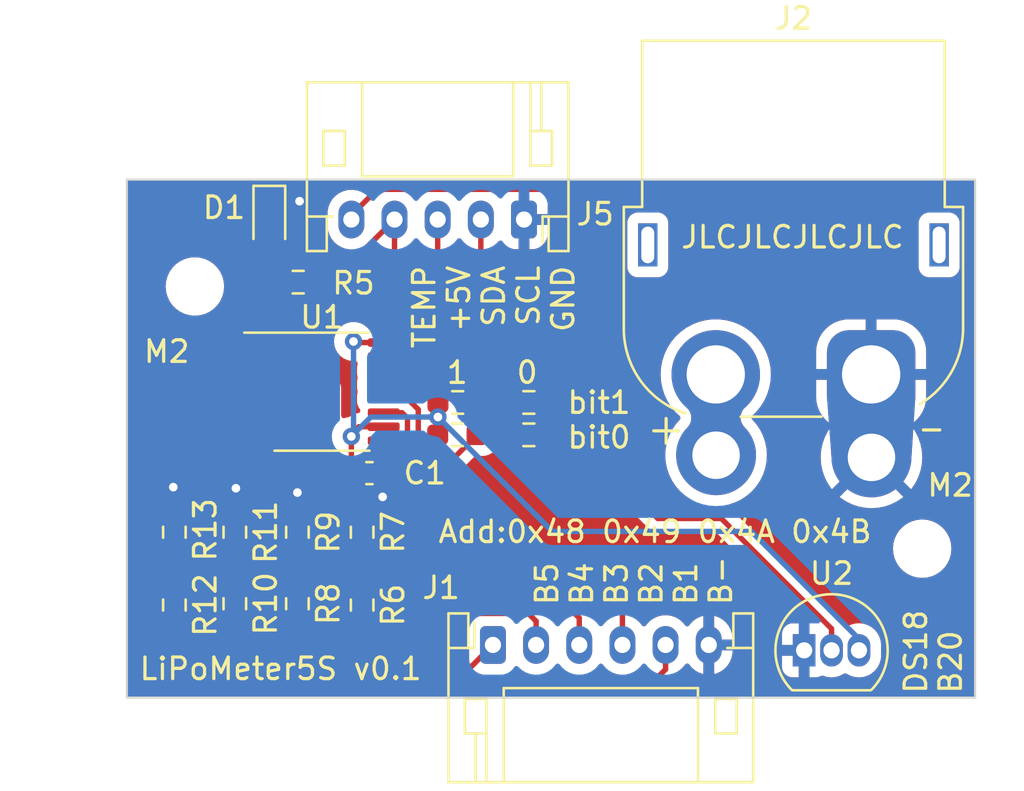
<source format=kicad_pcb>
(kicad_pcb (version 20221018) (generator pcbnew)
  (layers (0 "F.Cu" signal) (31 "B.Cu" signal) (34 "B.Paste" user) (35 "F.Paste" user) (36 "B.SilkS" user "B.Silkscreen") (37 "F.SilkS" user "F.Silkscreen") (38 "B.Mask" user) (39 "F.Mask" user) (44 "Edge.Cuts" user))
  (net 0 "")
  (net 1 "+5V")
  (net 2 "Net-(U1-A0)")
  (net 3 "GND")
  (net 4 "Net-(U1-A1)")
  (net 8 "VCC")
  (net 9 "SDA")
  (net 10 "SCL")
  (net 11 "Net-(U1-CH1)")
  (net 12 "S2")
  (net 13 "Net-(U1-CH2)")
  (net 14 "S3")
  (net 15 "Net-(U1-CH3)")
  (net 16 "S4")
  (net 17 "Net-(U1-CH4)")
  (net 18 "S5")
  (net 19 "S1")
  (net 20 "TEMP")
  (net 21 "Net-(D1-A)")
  (footprint "Package_SO:TSSOP-16_4.4x5mm_P0.65mm" (layer "F.Cu") (at 96.4375 92.625)
    (fp_text reference "U1" (at 0 -3.45) (layer "F.SilkS"))
    (fp_text value "ADS7830" hide)
    (fp_line (start 0 -2.735) (end -3.6 -2.735) (stroke (width 0.12)) (layer "F.SilkS"))
    (fp_line (start 0 -2.735) (end 2.2 -2.735) (stroke (width 0.12)) (layer "F.SilkS"))
    (fp_line (start 0 2.735) (end -2.2 2.735) (stroke (width 0.12)) (layer "F.SilkS"))
    (fp_line (start 0 2.735) (end 2.2 2.735) (stroke (width 0.12)) (layer "F.SilkS"))
    (pad "1" smd roundrect (at -2.8625 -2.275) (size 1.475 0.4) (layers "F.Cu" "F.Paste" "F.Mask") (net 19 "S1"))
    (pad "2" smd roundrect (at -2.8625 -1.625) (size 1.475 0.4) (layers "F.Cu" "F.Paste" "F.Mask") (net 11 "Net-(U1-CH1)"))
    (pad "3" smd roundrect (at -2.8625 -0.975) (size 1.475 0.4) (layers "F.Cu" "F.Paste" "F.Mask") (net 13 "Net-(U1-CH2)"))
    (pad "4" smd roundrect (at -2.8625 -0.325) (size 1.475 0.4) (layers "F.Cu" "F.Paste" "F.Mask") (net 15 "Net-(U1-CH3)"))
    (pad "5" smd roundrect (at -2.8625 0.325) (size 1.475 0.4) (layers "F.Cu" "F.Paste" "F.Mask") (net 17 "Net-(U1-CH4)"))
    (pad "6" smd roundrect (at -2.8625 0.975) (size 1.475 0.4) (layers "F.Cu" "F.Paste" "F.Mask"))
    (pad "7" smd roundrect (at -2.8625 1.625) (size 1.475 0.4) (layers "F.Cu" "F.Paste" "F.Mask"))
    (pad "8" smd roundrect (at -2.8625 2.275) (size 1.475 0.4) (layers "F.Cu" "F.Paste" "F.Mask"))
    (pad "9" smd roundrect (at 2.8625 2.275) (size 1.475 0.4) (layers "F.Cu" "F.Paste" "F.Mask") (net 3 "GND"))
    (pad "10" smd roundrect (at 2.8625 1.625) (size 1.475 0.4) (layers "F.Cu" "F.Paste" "F.Mask") (net 1 "+5V"))
    (pad "11" smd roundrect (at 2.8625 0.975) (size 1.475 0.4) (layers "F.Cu" "F.Paste" "F.Mask") (net 3 "GND"))
    (pad "12" smd roundrect (at 2.8625 0.325) (size 1.475 0.4) (layers "F.Cu" "F.Paste" "F.Mask") (net 2 "Net-(U1-A0)"))
    (pad "13" smd roundrect (at 2.8625 -0.325) (size 1.475 0.4) (layers "F.Cu" "F.Paste" "F.Mask") (net 4 "Net-(U1-A1)"))
    (pad "14" smd roundrect (at 2.8625 -0.975) (size 1.475 0.4) (layers "F.Cu" "F.Paste" "F.Mask") (net 10 "SCL"))
    (pad "15" smd roundrect (at 2.8625 -1.625) (size 1.475 0.4) (layers "F.Cu" "F.Paste" "F.Mask") (net 9 "SDA"))
    (pad "16" smd roundrect (at 2.8625 -2.275) (size 1.475 0.4) (layers "F.Cu" "F.Paste" "F.Mask") (net 1 "+5V"))
  )
  (footprint "Resistor_SMD:R_0603_1608Metric_Pad0.98x0.95mm_HandSolder" (layer "F.Cu") (at 89.6 102.5125 -90)
    (fp_text reference "R12" (at 0 -1.43 90) (layer "F.SilkS"))
    (fp_text value "80.6kΩ" hide)
    (fp_line (start -0.254724 -0.5225) (end 0.254724 -0.5225) (stroke (width 0.12)) (layer "F.SilkS"))
    (fp_line (start -0.254724 0.5225) (end 0.254724 0.5225) (stroke (width 0.12)) (layer "F.SilkS"))
    (pad "1" smd roundrect (at -0.9125 0 270) (size 0.975 0.95) (layers "F.Cu" "F.Paste" "F.Mask") (net 17 "Net-(U1-CH4)"))
    (pad "2" smd roundrect (at 0.9125 0 270) (size 0.975 0.95) (layers "F.Cu" "F.Paste" "F.Mask") (net 18 "S5"))
  )
  (footprint "Resistor_SMD:R_0603_1608Metric_Pad0.98x0.95mm_HandSolder" (layer "F.Cu") (at 98.3 99.1375 -90)
    (fp_text reference "R7" (at 0 -1.43 90) (layer "F.SilkS"))
    (fp_text value "100kΩ" hide)
    (fp_line (start -0.254724 -0.5225) (end 0.254724 -0.5225) (stroke (width 0.12)) (layer "F.SilkS"))
    (fp_line (start -0.254724 0.5225) (end 0.254724 0.5225) (stroke (width 0.12)) (layer "F.SilkS"))
    (pad "1" smd roundrect (at -0.9125 0 270) (size 0.975 0.95) (layers "F.Cu" "F.Paste" "F.Mask") (net 3 "GND"))
    (pad "2" smd roundrect (at 0.9125 0 270) (size 0.975 0.95) (layers "F.Cu" "F.Paste" "F.Mask") (net 11 "Net-(U1-CH1)"))
  )
  (footprint "MountingHole:MountingHole_2.2mm_M2" (layer "F.Cu") (at 90.55 87.75)
    (fp_text reference "REF**" hide)
    (fp_text value "MountingHole_2.2mm_M2" hide)
    (pad "" np_thru_hole circle (at 0 0) (size 2.2 2.2) (drill 2.2) (layers "*.Cu" "*.Mask"))
  )
  (footprint "Connector_JST:JST_PH_S6B-PH-K_1x06_P2.00mm_Horizontal" (layer "F.Cu") (at 104.36 104.36)
    (fp_text reference "J1" (at -2.4 -2.649999) (layer "F.SilkS"))
    (fp_text value "BAT" hide)
    (fp_line (start -2.06 -1.46) (end -2.06 6.36) (stroke (width 0.12)) (layer "F.SilkS"))
    (fp_line (start -2.06 0.14) (end -1.14 0.14) (stroke (width 0.12)) (layer "F.SilkS"))
    (fp_line (start -2.06 6.36) (end 12.06 6.36) (stroke (width 0.12)) (layer "F.SilkS"))
    (fp_line (start -1.3 2.5) (end -1.3 4.1) (stroke (width 0.12)) (layer "F.SilkS"))
    (fp_line (start -1.3 4.1) (end -0.3 4.1) (stroke (width 0.12)) (layer "F.SilkS"))
    (fp_line (start -1.14 -1.46) (end -2.06 -1.46) (stroke (width 0.12)) (layer "F.SilkS"))
    (fp_line (start -1.14 0.14) (end -1.14 -1.46) (stroke (width 0.12)) (layer "F.SilkS"))
    (fp_line (start -0.86 0.14) (end -1.14 0.14) (stroke (width 0.12)) (layer "F.SilkS"))
    (fp_line (start -0.86 0.14) (end -0.86 -1.075) (stroke (width 0.12)) (layer "F.SilkS"))
    (fp_line (start -0.8 4.1) (end -0.8 6.36) (stroke (width 0.12)) (layer "F.SilkS"))
    (fp_line (start -0.3 2.5) (end -1.3 2.5) (stroke (width 0.12)) (layer "F.SilkS"))
    (fp_line (start -0.3 4.1) (end -0.3 2.5) (stroke (width 0.12)) (layer "F.SilkS"))
    (fp_line (start -0.3 4.1) (end -0.3 6.36) (stroke (width 0.12)) (layer "F.SilkS"))
    (fp_line (start 0.5 2) (end 9.5 2) (stroke (width 0.12)) (layer "F.SilkS"))
    (fp_line (start 0.5 6.36) (end 0.5 2) (stroke (width 0.12)) (layer "F.SilkS"))
    (fp_line (start 9.5 2) (end 9.5 6.36) (stroke (width 0.12)) (layer "F.SilkS"))
    (fp_line (start 10.3 2.5) (end 11.3 2.5) (stroke (width 0.12)) (layer "F.SilkS"))
    (fp_line (start 10.3 4.1) (end 10.3 2.5) (stroke (width 0.12)) (layer "F.SilkS"))
    (fp_line (start 11.14 -1.46) (end 11.14 0.14) (stroke (width 0.12)) (layer "F.SilkS"))
    (fp_line (start 11.14 0.14) (end 10.86 0.14) (stroke (width 0.12)) (layer "F.SilkS"))
    (fp_line (start 11.3 2.5) (end 11.3 4.1) (stroke (width 0.12)) (layer "F.SilkS"))
    (fp_line (start 11.3 4.1) (end 10.3 4.1) (stroke (width 0.12)) (layer "F.SilkS"))
    (fp_line (start 12.06 -1.46) (end 11.14 -1.46) (stroke (width 0.12)) (layer "F.SilkS"))
    (fp_line (start 12.06 0.14) (end 11.14 0.14) (stroke (width 0.12)) (layer "F.SilkS"))
    (fp_line (start 12.06 6.36) (end 12.06 -1.46) (stroke (width 0.12)) (layer "F.SilkS"))
    (pad "1" thru_hole roundrect (at 0 0) (size 1.2 1.75) (drill 0.75) (layers "*.Cu" "*.Mask") (roundrect_rratio 0.2083333333) (net 18 "S5"))
    (pad "2" thru_hole oval (at 2 0) (size 1.2 1.75) (drill 0.75) (layers "*.Cu" "*.Mask") (net 16 "S4"))
    (pad "3" thru_hole oval (at 4 0) (size 1.2 1.75) (drill 0.75) (layers "*.Cu" "*.Mask") (net 14 "S3"))
    (pad "4" thru_hole oval (at 6 0) (size 1.2 1.75) (drill 0.75) (layers "*.Cu" "*.Mask") (net 12 "S2"))
    (pad "5" thru_hole oval (at 8 0) (size 1.2 1.75) (drill 0.75) (layers "*.Cu" "*.Mask") (net 19 "S1"))
    (pad "6" thru_hole oval (at 10 0) (size 1.2 1.75) (drill 0.75) (layers "*.Cu" "*.Mask") (net 3 "GND"))
  )
  (footprint "LED_SMD:LED_0603_1608Metric_Pad1.05x0.95mm_HandSolder" (layer "F.Cu") (at 94 84.75 -90)
    (fp_text reference "D1" (at -0.65 2.1 -180) (layer "F.SilkS"))
    (fp_text value "LED" hide)
    (fp_line (start -1.66 -0.735) (end -1.66 0.735) (stroke (width 0.12)) (layer "F.SilkS"))
    (fp_line (start -1.66 0.735) (end 0.8 0.735) (stroke (width 0.12)) (layer "F.SilkS"))
    (fp_line (start 0.8 -0.735) (end -1.66 -0.735) (stroke (width 0.12)) (layer "F.SilkS"))
    (pad "1" smd roundrect (at -0.875 0 270) (size 1.05 0.95) (layers "F.Cu" "F.Paste" "F.Mask") (net 3 "GND"))
    (pad "2" smd roundrect (at 0.875 0 270) (size 1.05 0.95) (layers "F.Cu" "F.Paste" "F.Mask") (net 21 "Net-(D1-A)"))
  )
  (footprint "MountingHole:MountingHole_2.2mm_M2" (layer "F.Cu") (at 124.25 99.9)
    (fp_text reference "REF**" hide)
    (fp_text value "MountingHole_2.2mm_M2" hide)
    (pad "" np_thru_hole circle (at 0 0) (size 2.2 2.2) (drill 2.2) (layers "F&B.Cu" "*.Mask"))
  )
  (footprint "Capacitor_SMD:C_0603_1608Metric_Pad1.08x0.95mm_HandSolder" (layer "F.Cu") (at 98.6375 96.4)
    (fp_text reference "C1" (at 2.5625 0) (layer "F.SilkS"))
    (fp_text value "100nF" hide)
    (fp_line (start -0.146267 -0.51) (end 0.146267 -0.51) (stroke (width 0.12)) (layer "F.SilkS"))
    (fp_line (start -0.146267 0.51) (end 0.146267 0.51) (stroke (width 0.12)) (layer "F.SilkS"))
    (pad "1" smd roundrect (at -0.8625 0) (size 1.075 0.95) (layers "F.Cu" "F.Paste" "F.Mask") (net 1 "+5V"))
    (pad "2" smd roundrect (at 0.8625 0) (size 1.075 0.95) (layers "F.Cu" "F.Paste" "F.Mask") (net 3 "GND"))
  )
  (footprint "custom:Solderpad_2.2x3.7_THT" (layer "F.Cu") (at 121.9 95.67)
    (fp_text reference "J4" hide)
    (fp_text value "BAT-" hide)
    (pad "1" thru_hole circle (at 0 0) (size 3.7 3.7) (drill 2.2) (layers "*.Cu" "*.Mask") (net 3 "GND"))
  )
  (footprint "Resistor_SMD:R_0603_1608Metric_Pad0.98x0.95mm_HandSolder" (layer "F.Cu") (at 106.025 93.125)
    (fp_text reference "R4" hide)
    (fp_text value "10kΩ" hide)
    (fp_line (start -0.254724 -0.5225) (end 0.254724 -0.5225) (stroke (width 0.12)) (layer "F.SilkS"))
    (fp_line (start -0.254724 0.5225) (end 0.254724 0.5225) (stroke (width 0.12)) (layer "F.SilkS"))
    (pad "1" smd roundrect (at -0.9125 0) (size 0.975 0.95) (layers "F.Cu" "F.Paste" "F.Mask") (net 4 "Net-(U1-A1)"))
    (pad "2" smd roundrect (at 0.9125 0) (size 0.975 0.95) (layers "F.Cu" "F.Paste" "F.Mask") (net 3 "GND"))
  )
  (footprint "Resistor_SMD:R_0603_1608Metric_Pad0.98x0.95mm_HandSolder" (layer "F.Cu") (at 106.025 94.625)
    (fp_text reference "R2" hide)
    (fp_text value "10kΩ" hide)
    (fp_line (start -0.254724 -0.5225) (end 0.254724 -0.5225) (stroke (width 0.12)) (layer "F.SilkS"))
    (fp_line (start -0.254724 0.5225) (end 0.254724 0.5225) (stroke (width 0.12)) (layer "F.SilkS"))
    (pad "1" smd roundrect (at -0.9125 0) (size 0.975 0.95) (layers "F.Cu" "F.Paste" "F.Mask") (net 2 "Net-(U1-A0)"))
    (pad "2" smd roundrect (at 0.9125 0) (size 0.975 0.95) (layers "F.Cu" "F.Paste" "F.Mask") (net 3 "GND"))
  )
  (footprint "Connector_JST:JST_PH_S5B-PH-K_1x05_P2.00mm_Horizontal" (layer "F.Cu") (at 105.8 84.65 180)
    (fp_text reference "J5" (at -3.3 0.25 180) (layer "F.SilkS"))
    (fp_text value "PORT" hide)
    (fp_line (start -2.06 -1.46) (end -2.06 6.36) (stroke (width 0.12)) (layer "F.SilkS"))
    (fp_line (start -2.06 0.14) (end -1.14 0.14) (stroke (width 0.12)) (layer "F.SilkS"))
    (fp_line (start -2.06 6.36) (end 10.06 6.36) (stroke (width 0.12)) (layer "F.SilkS"))
    (fp_line (start -1.3 2.5) (end -1.3 4.1) (stroke (width 0.12)) (layer "F.SilkS"))
    (fp_line (start -1.3 4.1) (end -0.3 4.1) (stroke (width 0.12)) (layer "F.SilkS"))
    (fp_line (start -1.14 -1.46) (end -2.06 -1.46) (stroke (width 0.12)) (layer "F.SilkS"))
    (fp_line (start -1.14 0.14) (end -1.14 -1.46) (stroke (width 0.12)) (layer "F.SilkS"))
    (fp_line (start -0.86 0.14) (end -1.14 0.14) (stroke (width 0.12)) (layer "F.SilkS"))
    (fp_line (start -0.86 0.14) (end -0.86 -1.075) (stroke (width 0.12)) (layer "F.SilkS"))
    (fp_line (start -0.8 4.1) (end -0.8 6.36) (stroke (width 0.12)) (layer "F.SilkS"))
    (fp_line (start -0.3 2.5) (end -1.3 2.5) (stroke (width 0.12)) (layer "F.SilkS"))
    (fp_line (start -0.3 4.1) (end -0.3 2.5) (stroke (width 0.12)) (layer "F.SilkS"))
    (fp_line (start -0.3 4.1) (end -0.3 6.36) (stroke (width 0.12)) (layer "F.SilkS"))
    (fp_line (start 0.5 2) (end 7.5 2) (stroke (width 0.12)) (layer "F.SilkS"))
    (fp_line (start 0.5 6.36) (end 0.5 2) (stroke (width 0.12)) (layer "F.SilkS"))
    (fp_line (start 7.5 2) (end 7.5 6.36) (stroke (width 0.12)) (layer "F.SilkS"))
    (fp_line (start 8.3 2.5) (end 9.3 2.5) (stroke (width 0.12)) (layer "F.SilkS"))
    (fp_line (start 8.3 4.1) (end 8.3 2.5) (stroke (width 0.12)) (layer "F.SilkS"))
    (fp_line (start 9.14 -1.46) (end 9.14 0.14) (stroke (width 0.12)) (layer "F.SilkS"))
    (fp_line (start 9.14 0.14) (end 8.86 0.14) (stroke (width 0.12)) (layer "F.SilkS"))
    (fp_line (start 9.3 2.5) (end 9.3 4.1) (stroke (width 0.12)) (layer "F.SilkS"))
    (fp_line (start 9.3 4.1) (end 8.3 4.1) (stroke (width 0.12)) (layer "F.SilkS"))
    (fp_line (start 10.06 -1.46) (end 9.14 -1.46) (stroke (width 0.12)) (layer "F.SilkS"))
    (fp_line (start 10.06 0.14) (end 9.14 0.14) (stroke (width 0.12)) (layer "F.SilkS"))
    (fp_line (start 10.06 6.36) (end 10.06 -1.46) (stroke (width 0.12)) (layer "F.SilkS"))
    (pad "1" thru_hole roundrect (at 0 0 180) (size 1.2 1.75) (drill 0.75) (layers "*.Cu" "*.Mask") (roundrect_rratio 0.2083333333) (net 3 "GND"))
    (pad "2" thru_hole oval (at 2 0 180) (size 1.2 1.75) (drill 0.75) (layers "*.Cu" "*.Mask") (net 10 "SCL"))
    (pad "3" thru_hole oval (at 4 0 180) (size 1.2 1.75) (drill 0.75) (layers "*.Cu" "*.Mask") (net 9 "SDA"))
    (pad "4" thru_hole oval (at 6 0 180) (size 1.2 1.75) (drill 0.75) (layers "*.Cu" "*.Mask") (net 1 "+5V"))
    (pad "5" thru_hole oval (at 8 0 180) (size 1.2 1.75) (drill 0.75) (layers "*.Cu" "*.Mask") (net 20 "TEMP"))
  )
  (footprint "Resistor_SMD:R_0603_1608Metric_Pad0.98x0.95mm_HandSolder" (layer "F.Cu") (at 95.3 99.1375 -90)
    (fp_text reference "R9" (at 0 -1.43 90) (layer "F.SilkS"))
    (fp_text value "80.6kΩ" hide)
    (fp_line (start -0.254724 -0.5225) (end 0.254724 -0.5225) (stroke (width 0.12)) (layer "F.SilkS"))
    (fp_line (start -0.254724 0.5225) (end 0.254724 0.5225) (stroke (width 0.12)) (layer "F.SilkS"))
    (pad "1" smd roundrect (at -0.9125 0 270) (size 0.975 0.95) (layers "F.Cu" "F.Paste" "F.Mask") (net 3 "GND"))
    (pad "2" smd roundrect (at 0.9125 0 270) (size 0.975 0.95) (layers "F.Cu" "F.Paste" "F.Mask") (net 13 "Net-(U1-CH2)"))
  )
  (footprint "Resistor_SMD:R_0603_1608Metric_Pad0.98x0.95mm_HandSolder" (layer "F.Cu") (at 92.4 102.45 -90)
    (fp_text reference "R10" (at 0 -1.43 90) (layer "F.SilkS"))
    (fp_text value "220kΩ" hide)
    (fp_line (start -0.254724 -0.5225) (end 0.254724 -0.5225) (stroke (width 0.12)) (layer "F.SilkS"))
    (fp_line (start -0.254724 0.5225) (end 0.254724 0.5225) (stroke (width 0.12)) (layer "F.SilkS"))
    (pad "1" smd roundrect (at -0.9125 0 270) (size 0.975 0.95) (layers "F.Cu" "F.Paste" "F.Mask") (net 15 "Net-(U1-CH3)"))
    (pad "2" smd roundrect (at 0.9125 0 270) (size 0.975 0.95) (layers "F.Cu" "F.Paste" "F.Mask") (net 16 "S4"))
  )
  (footprint "Resistor_SMD:R_0603_1608Metric_Pad0.98x0.95mm_HandSolder" (layer "F.Cu") (at 95.3 102.45 -90)
    (fp_text reference "R8" (at 0 -1.43 90) (layer "F.SilkS"))
    (fp_text value "150kΩ" hide)
    (fp_line (start -0.254724 -0.5225) (end 0.254724 -0.5225) (stroke (width 0.12)) (layer "F.SilkS"))
    (fp_line (start -0.254724 0.5225) (end 0.254724 0.5225) (stroke (width 0.12)) (layer "F.SilkS"))
    (pad "1" smd roundrect (at -0.9125 0 270) (size 0.975 0.95) (layers "F.Cu" "F.Paste" "F.Mask") (net 13 "Net-(U1-CH2)"))
    (pad "2" smd roundrect (at 0.9125 0 270) (size 0.975 0.95) (layers "F.Cu" "F.Paste" "F.Mask") (net 14 "S3"))
  )
  (footprint "Resistor_SMD:R_0603_1608Metric_Pad0.98x0.95mm_HandSolder" (layer "F.Cu") (at 102.725 93.125)
    (fp_text reference "R3" hide)
    (fp_text value "10kΩ" hide)
    (fp_line (start -0.254724 -0.5225) (end 0.254724 -0.5225) (stroke (width 0.12)) (layer "F.SilkS"))
    (fp_line (start -0.254724 0.5225) (end 0.254724 0.5225) (stroke (width 0.12)) (layer "F.SilkS"))
    (pad "1" smd roundrect (at -0.9125 0) (size 0.975 0.95) (layers "F.Cu" "F.Paste" "F.Mask") (net 1 "+5V"))
    (pad "2" smd roundrect (at 0.9125 0) (size 0.975 0.95) (layers "F.Cu" "F.Paste" "F.Mask") (net 4 "Net-(U1-A1)"))
  )
  (footprint "Resistor_SMD:R_0603_1608Metric_Pad0.98x0.95mm_HandSolder" (layer "F.Cu") (at 92.4 99.1375 -90)
    (fp_text reference "R11" (at 0 -1.43 90) (layer "F.SilkS"))
    (fp_text value "80.6kΩ" hide)
    (fp_line (start -0.254724 -0.5225) (end 0.254724 -0.5225) (stroke (width 0.12)) (layer "F.SilkS"))
    (fp_line (start -0.254724 0.5225) (end 0.254724 0.5225) (stroke (width 0.12)) (layer "F.SilkS"))
    (pad "1" smd roundrect (at -0.9125 0 270) (size 0.975 0.95) (layers "F.Cu" "F.Paste" "F.Mask") (net 3 "GND"))
    (pad "2" smd roundrect (at 0.9125 0 270) (size 0.975 0.95) (layers "F.Cu" "F.Paste" "F.Mask") (net 15 "Net-(U1-CH3)"))
  )
  (footprint "Resistor_SMD:R_0603_1608Metric_Pad0.98x0.95mm_HandSolder" (layer "F.Cu") (at 102.7125 94.625)
    (fp_text reference "R1" hide)
    (fp_text value "10kΩ" hide)
    (fp_line (start -0.254724 -0.5225) (end 0.254724 -0.5225) (stroke (width 0.12)) (layer "F.SilkS"))
    (fp_line (start -0.254724 0.5225) (end 0.254724 0.5225) (stroke (width 0.12)) (layer "F.SilkS"))
    (pad "1" smd roundrect (at -0.9125 0) (size 0.975 0.95) (layers "F.Cu" "F.Paste" "F.Mask") (net 1 "+5V"))
    (pad "2" smd roundrect (at 0.9125 0) (size 0.975 0.95) (layers "F.Cu" "F.Paste" "F.Mask") (net 2 "Net-(U1-A0)"))
  )
  (footprint "Resistor_SMD:R_0603_1608Metric_Pad0.98x0.95mm_HandSolder" (layer "F.Cu") (at 98.3 102.5125 -90)
    (fp_text reference "R6" (at 0 -1.43 90) (layer "F.SilkS"))
    (fp_text value "80.6kΩ" hide)
    (fp_line (start -0.254724 -0.5225) (end 0.254724 -0.5225) (stroke (width 0.12)) (layer "F.SilkS"))
    (fp_line (start -0.254724 0.5225) (end 0.254724 0.5225) (stroke (width 0.12)) (layer "F.SilkS"))
    (pad "1" smd roundrect (at -0.9125 0 270) (size 0.975 0.95) (layers "F.Cu" "F.Paste" "F.Mask") (net 11 "Net-(U1-CH1)"))
    (pad "2" smd roundrect (at 0.9125 0 270) (size 0.975 0.95) (layers "F.Cu" "F.Paste" "F.Mask") (net 12 "S2"))
  )
  (footprint "Connector_AMASS:AMASS_XT60PW-F_1x02_P7.20mm_Horizontal" (layer "F.Cu") (at 121.885 91.825)
    (fp_text reference "J2" (at -3.6 -16.5) (layer "F.SilkS"))
    (fp_text value "PWR" hide)
    (fp_text user "+" (at -9.5 2.5) (layer "F.SilkS") (effects (font (size 1.5 1.5))))
    (fp_text user "-" (at 2.8 2.5) (layer "F.SilkS"))
    (fp_line (start -11.46 -7.76) (end -11.46 -2.15) (stroke (width 0.12)) (layer "F.SilkS"))
    (fp_line (start -11.46 -7.76) (end -10.61 -7.76) (stroke (width 0.12)) (layer "F.SilkS"))
    (fp_line (start -10.61 -15.46) (end -10.61 -7.76) (stroke (width 0.12)) (layer "F.SilkS"))
    (fp_line (start -10.61 -15.46) (end 3.41 -15.46) (stroke (width 0.12)) (layer "F.SilkS"))
    (fp_line (start -6.05 1.96) (end -2.31 1.96) (stroke (width 0.12)) (layer "F.SilkS"))
    (fp_line (start 3.41 -15.46) (end 3.41 -7.76) (stroke (width 0.12)) (layer "F.SilkS"))
    (fp_line (start 3.41 -7.76) (end 4.26 -7.76) (stroke (width 0.12)) (layer "F.SilkS"))
    (fp_line (start 4.26 -7.76) (end 4.26 -2.15) (stroke (width 0.12)) (layer "F.SilkS"))
    (fp_arc (start -8.5899 1.808718) (mid -10.677645 0.302568) (end -11.46 -2.15) (stroke (width 0.12)) (layer "F.SilkS"))
    (fp_arc (start 4.26 -2.15) (mid 3.727162 -0.126139) (end 2.266806 1.372958) (stroke (width 0.12)) (layer "F.SilkS"))
    (pad "" thru_hole rect (at -10.35 -6) (size 0.9 2) (drill oval 0.6 1.7) (layers "*.Cu" "*.Mask"))
    (pad "" thru_hole rect (at 3.15 -6) (size 0.9 2) (drill oval 0.6 1.7) (layers "*.Cu" "*.Mask"))
    (pad "1" thru_hole roundrect (at 0 0) (size 4.1 4.1) (drill 2.7) (layers "*.Cu" "*.Mask") (net 3 "GND"))
    (pad "2" thru_hole circle (at -7.2 0) (size 4.1 4.1) (drill 2.7) (layers "*.Cu" "*.Mask") (net 8 "VCC"))
  )
  (footprint "Package_TO_SOT_THT:TO-92_Inline" (layer "F.Cu") (at 118.78 104.61)
    (fp_text reference "U2" (at 1.27 -3.56) (layer "F.SilkS"))
    (fp_text value "DS18B20" hide)
    (fp_line (start -0.53 1.85) (end 3.07 1.85) (stroke (width 0.12)) (layer "F.SilkS"))
    (fp_arc (start -0.568478 1.838478) (mid -1.132087 -0.994977) (end 1.27 -2.6) (stroke (width 0.12)) (layer "F.SilkS"))
    (fp_arc (start 1.27 -2.6) (mid 3.672087 -0.994977) (end 3.108478 1.838478) (stroke (width 0.12)) (layer "F.SilkS"))
    (pad "1" thru_hole rect (at 0 0) (size 1.05 1.5) (drill 0.75) (layers "*.Cu" "*.Mask") (net 3 "GND"))
    (pad "2" thru_hole oval (at 1.27 0) (size 1.05 1.5) (drill 0.75) (layers "*.Cu" "*.Mask") (net 20 "TEMP"))
    (pad "3" thru_hole oval (at 2.54 0) (size 1.05 1.5) (drill 0.75) (layers "*.Cu" "*.Mask") (net 1 "+5V"))
  )
  (footprint "Resistor_SMD:R_0603_1608Metric_Pad0.98x0.95mm_HandSolder" (layer "F.Cu") (at 89.6 99.1375 -90)
    (fp_text reference "R13" (at -0.1125 -1.43 90) (layer "F.SilkS"))
    (fp_text value "20kΩ" hide)
    (fp_line (start -0.254724 -0.5225) (end 0.254724 -0.5225) (stroke (width 0.12)) (layer "F.SilkS"))
    (fp_line (start -0.254724 0.5225) (end 0.254724 0.5225) (stroke (width 0.12)) (layer "F.SilkS"))
    (pad "1" smd roundrect (at -0.9125 0 270) (size 0.975 0.95) (layers "F.Cu" "F.Paste" "F.Mask") (net 3 "GND"))
    (pad "2" smd roundrect (at 0.9125 0 270) (size 0.975 0.95) (layers "F.Cu" "F.Paste" "F.Mask") (net 17 "Net-(U1-CH4)"))
  )
  (footprint "custom:Solderpad_2.2x3.7_THT" (layer "F.Cu") (at 114.7 95.57)
    (fp_text reference "J3" hide)
    (fp_text value "BAT+" hide)
    (pad "1" thru_hole circle (at 0 0) (size 3.7 3.7) (drill 2.2) (layers "*.Cu" "*.Mask") (net 8 "VCC"))
  )
  (footprint "Resistor_SMD:R_0603_1608Metric_Pad0.98x0.95mm_HandSolder" (layer "F.Cu") (at 95.3375 87.55)
    (fp_text reference "R5" (at 2.5625 0.05) (layer "F.SilkS"))
    (fp_text value "2kΩ" hide)
    (fp_line (start -0.254724 -0.5225) (end 0.254724 -0.5225) (stroke (width 0.12)) (layer "F.SilkS"))
    (fp_line (start -0.254724 0.5225) (end 0.254724 0.5225) (stroke (width 0.12)) (layer "F.SilkS"))
    (pad "1" smd roundrect (at -0.9125 0) (size 0.975 0.95) (layers "F.Cu" "F.Paste" "F.Mask") (net 21 "Net-(D1-A)"))
    (pad "2" smd roundrect (at 0.9125 0) (size 0.975 0.95) (layers "F.Cu" "F.Paste" "F.Mask") (net 1 "+5V"))
  )
  (gr_line (start 126.7 82.8) (end 126.7 106.8) (stroke (width 0.1)) (layer "Edge.Cuts"))
  (gr_line (start 87.4 106.8) (end 87.4 82.8) (stroke (width 0.1)) (layer "Edge.Cuts"))
  (gr_line (start 126.7 106.8) (end 87.4 106.8) (stroke (width 0.1)) (layer "Edge.Cuts"))
  (gr_line (start 87.4 82.8) (end 126.7 82.8) (stroke (width 0.1)) (layer "Edge.Cuts"))
  (gr_text "DS18\nB20" (at 126.15 106.7 90) (layer "F.SilkS") (effects (font (size 1 1)) (justify left bottom)))
  (gr_text "bit1\nbit0" (at 107.725 95.325) (layer "F.SilkS") (effects (font (size 1 1)) (justify left bottom)))
  (gr_text "M2" (at 88.1 91.35) (layer "F.SilkS") (effects (font (size 1 1)) (justify left bottom)))
  (gr_text "1   0" (at 104.325 92.325) (layer "F.SilkS") (effects (font (size 1 1)) (justify bottom)))
  (gr_text "JLCJLCJLCJLC" (at 113 86.05) (layer "F.SilkS") (effects (font (size 1 1)) (justify left bottom)))
  (gr_text "M2" (at 124.4 97.55) (layer "F.SilkS") (effects (font (size 1 1)) (justify left bottom)))
  (gr_text "LiPoMeter5S v0.1" (at 87.9 106.05) (layer "F.SilkS") (effects (font (size 1 1)) (justify left bottom)))
  (gr_text "B5\nB4\nB3\nB2\nB1\nB-" (at 115.5 102.6 90) (layer "F.SilkS") (effects (font (size 1 1)) (justify left bottom)))
  (gr_text "TEMP\n+5V\nSDA\nSCL\nGND" (at 108.2 86.7 90) (layer "F.SilkS") (effects (font (size 1 1)) (justify right bottom)))
  (gr_text "Add:0x48 0x49 0x4A 0x4B" (at 101.75 99.7) (layer "F.SilkS") (effects (font (size 1 1)) (justify left bottom)))
  (segment (start 98.15 94.25) (end 97.8 94.6) (width 0.25) (layer "F.Cu") (net 1))
  (segment (start 99.3 90.35) (end 99.8 89.85) (width 0.25) (layer "F.Cu") (net 1))
  (segment (start 96.9 87.55) (end 99.8 84.65) (width 0.25) (layer "F.Cu") (net 1))
  (segment (start 99.3 94.25) (end 98.15 94.25) (width 0.25) (layer "F.Cu") (net 1))
  (segment (start 96.25 87.55) (end 96.9 87.55) (width 0.25) (layer "F.Cu") (net 1))
  (segment (start 101.8 93.8125) (end 101.8125 93.8) (width 0.25) (layer "F.Cu") (net 1))
  (segment (start 97.95 90.35) (end 97.9 90.3) (width 0.25) (layer "F.Cu") (net 1))
  (segment (start 97.8 94.7) (end 97.8 96.375) (width 0.25) (layer "F.Cu") (net 1))
  (segment (start 97.8 94.6) (end 97.8 94.7) (width 0.25) (layer "F.Cu") (net 1))
  (segment (start 99.3 90.35) (end 97.95 90.35) (width 0.25) (layer "F.Cu") (net 1))
  (segment (start 99.8 89.85) (end 99.8 84.65) (width 0.25) (layer "F.Cu") (net 1))
  (segment (start 97.8 96.375) (end 97.775 96.4) (width 0.25) (layer "F.Cu") (net 1))
  (segment (start 101.8125 93.125) (end 101.8125 93.8) (width 0.25) (layer "F.Cu") (net 1))
  (segment (start 101.8 94.625) (end 101.8 93.8125) (width 0.25) (layer "F.Cu") (net 1))
  (via (at 101.8125 93.8) (size 0.8) (drill 0.4) (layers "F.Cu" "B.Cu") (net 1))
  (via (at 97.8 94.7) (size 0.8) (drill 0.4) (layers "F.Cu" "B.Cu") (net 1))
  (via (at 97.9 90.3) (size 0.8) (drill 0.4) (layers "F.Cu" "B.Cu") (net 1))
  (segment (start 121.32 104.61) (end 121.32 104.085) (width 0.25) (layer "B.Cu") (net 1))
  (segment (start 107.1125 99.1) (end 101.8125 93.8) (width 0.25) (layer "B.Cu") (net 1))
  (segment (start 97.9 90.3) (end 97.9 94.6) (width 0.25) (layer "B.Cu") (net 1))
  (segment (start 97.9 94.6) (end 97.8 94.7) (width 0.25) (layer "B.Cu") (net 1))
  (segment (start 121.32 104.085) (end 116.335 99.1) (width 0.25) (layer "B.Cu") (net 1))
  (segment (start 116.335 99.1) (end 107.1125 99.1) (width 0.25) (layer "B.Cu") (net 1))
  (segment (start 98.7 93.8) (end 101.8125 93.8) (width 0.25) (layer "B.Cu") (net 1))
  (segment (start 97.8 94.7) (end 98.7 93.8) (width 0.25) (layer "B.Cu") (net 1))
  (segment (start 121.67 104.66) (end 121.67 104.435) (width 0.25) (layer "B.Cu") (net 1))
  (segment (start 100.9 95.1) (end 101.4 95.6) (width 0.25) (layer "F.Cu") (net 2))
  (segment (start 99.3 92.95) (end 100.4 92.95) (width 0.25) (layer "F.Cu") (net 2))
  (segment (start 103.625 94.625) (end 105.1125 94.625) (width 0.25) (layer "F.Cu") (net 2))
  (segment (start 100.4 92.95) (end 100.9 93.45) (width 0.25) (layer "F.Cu") (net 2))
  (segment (start 101.4 95.6) (end 102.65 95.6) (width 0.25) (layer "F.Cu") (net 2))
  (segment (start 100.9 93.45) (end 100.9 95.1) (width 0.25) (layer "F.Cu") (net 2))
  (segment (start 102.65 95.6) (end 103.625 94.625) (width 0.25) (layer "F.Cu") (net 2))
  (segment (start 100.4 94.488541) (end 99.988541 94.9) (width 0.25) (layer "F.Cu") (net 3))
  (segment (start 99.3 93.6) (end 100.15 93.6) (width 0.25) (layer "F.Cu") (net 3))
  (segment (start 100.15 93.6) (end 100.4 93.85) (width 0.25) (layer "F.Cu") (net 3))
  (segment (start 100.4 93.85) (end 100.4 94.488541) (width 0.25) (layer "F.Cu") (net 3))
  (segment (start 99.988541 94.9) (end 99.3 94.9) (width 0.25) (layer "F.Cu") (net 3))
  (via (at 92.45 97.1) (size 0.8) (drill 0.4) (layers "F.Cu" "B.Cu") (net 3))
  (via (at 95.4 83.8) (size 0.8) (drill 0.4) (layers "F.Cu" "B.Cu") (net 3))
  (via (at 95.3 97.3) (size 0.8) (drill 0.4) (layers "F.Cu" "B.Cu") (net 3))
  (via (at 99.25 97.5) (size 0.8) (drill 0.4) (layers "F.Cu" "B.Cu") (net 3))
  (via (at 89.55 97.05) (size 0.8) (drill 0.4) (layers "F.Cu" "B.Cu") (net 3))
  (segment (start 104.2875 92.3) (end 105.1125 93.125) (width 0.25) (layer "F.Cu") (net 4))
  (segment (start 103.6375 93.125) (end 105.1125 93.125) (width 0.25) (layer "F.Cu") (net 4))
  (segment (start 99.3 92.3) (end 104.2875 92.3) (width 0.25) (layer "F.Cu") (net 4))
  (segment (start 100.4 91) (end 99.3 91) (width 0.25) (layer "F.Cu") (net 9))
  (segment (start 101.8 89.6) (end 100.4 91) (width 0.25) (layer "F.Cu") (net 9))
  (segment (start 101.8 84.45) (end 101.8 89.6) (width 0.25) (layer "F.Cu") (net 9))
  (segment (start 103.8 88.4) (end 103.8 84.45) (width 0.25) (layer "F.Cu") (net 10))
  (segment (start 99.3 91.65) (end 100.55 91.65) (width 0.25) (layer "F.Cu") (net 10))
  (segment (start 100.55 91.65) (end 103.8 88.4) (width 0.25) (layer "F.Cu") (net 10))
  (segment (start 98.3 100.05) (end 98.3 101.6) (width 0.25) (layer "F.Cu") (net 11))
  (segment (start 96.7 98.45) (end 96.7 92.5) (width 0.25) (layer "F.Cu") (net 11))
  (segment (start 98.3 100.05) (end 96.7 98.45) (width 0.25) (layer "F.Cu") (net 11))
  (segment (start 95.2 91) (end 93.575 91) (width 0.25) (layer "F.Cu") (net 11))
  (segment (start 96.7 92.5) (end 95.2 91) (width 0.25) (layer "F.Cu") (net 11))
  (segment (start 110.36 102.86) (end 110.36 104.36) (width 0.25) (layer "F.Cu") (net 12))
  (segment (start 103 101.6) (end 109.1 101.6) (width 0.25) (layer "F.Cu") (net 12))
  (segment (start 98.3 103.425) (end 101.175 103.425) (width 0.25) (layer "F.Cu") (net 12))
  (segment (start 98.5 103.625) (end 98.3 103.425) (width 0.25) (layer "F.Cu") (net 12))
  (segment (start 101.175 103.425) (end 103 101.6) (width 0.25) (layer "F.Cu") (net 12))
  (segment (start 109.1 101.6) (end 110.36 102.86) (width 0.25) (layer "F.Cu") (net 12))
  (segment (start 95.3 100.05) (end 95.3 101.5375) (width 0.25) (layer "F.Cu") (net 13))
  (segment (start 96.25 92.686396) (end 95.213604 91.65) (width 0.25) (layer "F.Cu") (net 13))
  (segment (start 95.35 100.05) (end 96.25 99.15) (width 0.25) (layer "F.Cu") (net 13))
  (segment (start 96.25 99.15) (end 96.25 92.686396) (width 0.25) (layer "F.Cu") (net 13))
  (segment (start 95.213604 91.65) (end 93.575 91.65) (width 0.25) (layer "F.Cu") (net 13))
  (segment (start 95.3 100.05) (end 95.35 100.05) (width 0.25) (layer "F.Cu") (net 13))
  (segment (start 103.3 102.2) (end 107.45 102.2) (width 0.25) (layer "F.Cu") (net 14))
  (segment (start 100.7 104.8) (end 103.3 102.2) (width 0.25) (layer "F.Cu") (net 14))
  (segment (start 108.36 103.11) (end 108.36 104.36) (width 0.25) (layer "F.Cu") (net 14))
  (segment (start 107.45 102.2) (end 108.36 103.11) (width 0.25) (layer "F.Cu") (net 14))
  (segment (start 95.3 103.5) (end 96.6 104.8) (width 0.25) (layer "F.Cu") (net 14))
  (segment (start 95.3 103.3625) (end 95.3 103.5) (width 0.25) (layer "F.Cu") (net 14))
  (segment (start 96.6 104.8) (end 100.7 104.8) (width 0.25) (layer "F.Cu") (net 14))
  (segment (start 92.4 100.05) (end 92.45 100.05) (width 0.25) (layer "F.Cu") (net 15))
  (segment (start 95.2 92.3) (end 93.575 92.3) (width 0.25) (layer "F.Cu") (net 15))
  (segment (start 92.4 100.05) (end 92.4 101.5375) (width 0.25) (layer "F.Cu") (net 15))
  (segment (start 93.85 97.15) (end 95.8 95.2) (width 0.25) (layer "F.Cu") (net 15))
  (segment (start 92.4 100.05) (end 92.4 99.842005) (width 0.25) (layer "F.Cu") (net 15))
  (segment (start 93.85 98.65) (end 93.85 97.15) (width 0.25) (layer "F.Cu") (net 15))
  (segment (start 95.8 92.9) (end 95.2 92.3) (width 0.25) (layer "F.Cu") (net 15))
  (segment (start 95.8 95.2) (end 95.8 92.9) (width 0.25) (layer "F.Cu") (net 15))
  (segment (start 92.45 100.05) (end 93.85 98.65) (width 0.25) (layer "F.Cu") (net 15))
  (segment (start 92.9625 103.3625) (end 94.85 105.25) (width 0.25) (layer "F.Cu") (net 16))
  (segment (start 106.36 103.26) (end 106.36 104.36) (width 0.25) (layer "F.Cu") (net 16))
  (segment (start 106 102.9) (end 106.36 103.26) (width 0.25) (layer "F.Cu") (net 16))
  (segment (start 94.85 105.25) (end 101.25 105.25) (width 0.25) (layer "F.Cu") (net 16))
  (segment (start 103.6 102.9) (end 106 102.9) (width 0.25) (layer "F.Cu") (net 16))
  (segment (start 101.25 105.25) (end 103.6 102.9) (width 0.25) (layer "F.Cu") (net 16))
  (segment (start 92.4 103.3625) (end 92.9625 103.3625) (width 0.25) (layer "F.Cu") (net 16))
  (segment (start 89.6 100.05) (end 89.95 100.05) (width 0.25) (layer "F.Cu") (net 17))
  (segment (start 89.6 100.05) (end 89.6 101.6) (width 0.25) (layer "F.Cu") (net 17))
  (segment (start 92.55 92.95) (end 93.575 92.95) (width 0.25) (layer "F.Cu") (net 17))
  (segment (start 91 94.5) (end 92.55 92.95) (width 0.25) (layer "F.Cu") (net 17))
  (segment (start 89.95 100.05) (end 91 99) (width 0.25) (layer "F.Cu") (net 17))
  (segment (start 91 99) (end 91 94.5) (width 0.25) (layer "F.Cu") (net 17))
  (segment (start 102.92 105.8) (end 104.36 104.36) (width 0.25) (layer "F.Cu") (net 18))
  (segment (start 91.975 105.8) (end 102.92 105.8) (width 0.25) (layer "F.Cu") (net 18))
  (segment (start 89.6 103.425) (end 91.975 105.8) (width 0.25) (layer "F.Cu") (net 18))
  (segment (start 88.5 105.5) (end 89.3 106.3) (width 0.25) (layer "F.Cu") (net 19))
  (segment (start 89.3 106.3) (end 111.55 106.3) (width 0.25) (layer "F.Cu") (net 19))
  (segment (start 112.36 105.49) (end 112.36 104.36) (width 0.25) (layer "F.Cu") (net 19))
  (segment (start 88.5 94.736459) (end 88.5 105.5) (width 0.25) (layer "F.Cu") (net 19))
  (segment (start 93.575 90.35) (end 92.886459 90.35) (width 0.25) (layer "F.Cu") (net 19))
  (segment (start 111.55 106.3) (end 112.36 105.49) (width 0.25) (layer "F.Cu") (net 19))
  (segment (start 92.886459 90.35) (end 88.5 94.736459) (width 0.25) (layer "F.Cu") (net 19))
  (segment (start 97.8 84.45) (end 99 83.25) (width 0.25) (layer "F.Cu") (net 20))
  (segment (start 114.94 98.5) (end 120.05 103.61) (width 0.25) (layer "F.Cu") (net 20))
  (segment (start 112 98.5) (end 114.94 98.5) (width 0.25) (layer "F.Cu") (net 20))
  (segment (start 109.7 96.2) (end 112 98.5) (width 0.25) (layer "F.Cu") (net 20))
  (segment (start 99 83.25) (end 107.35 83.25) (width 0.25) (layer "F.Cu") (net 20))
  (segment (start 109.7 85.6) (end 109.7 96.2) (width 0.25) (layer "F.Cu") (net 20))
  (segment (start 120.05 103.61) (end 120.05 104.61) (width 0.25) (layer "F.Cu") (net 20))
  (segment (start 107.35 83.25) (end 109.7 85.6) (width 0.25) (layer "F.Cu") (net 20))
  (segment (start 94 85.625) (end 94 87.125) (width 0.25) (layer "F.Cu") (net 21))
  (segment (start 94 87.125) (end 94.425 87.55) (width 0.25) (layer "F.Cu") (net 21))
  (zone (net 8) (net_name "VCC") (layers "F&B.Cu") (priority 1) (connect_pads yes (clearance 0.5)) (min_thickness 0.25) (fill yes (thermal_gap 0.5) (thermal_bridge_width 0.5) (island_removal_mode 1) (island_area_min 10))
    (polygon (pts (xy 112.68 91.85) (xy 112.85 95.57) (xy 116.55 95.56) (xy 116.73 91.85)))
  )
  (zone (net 3) (net_name "GND") (layers "F&B.Cu") (priority 1) (connect_pads thru_hole_only (clearance 0.5)) (min_thickness 0.25) (fill yes (thermal_gap 0.5) (thermal_bridge_width 0.5))
    (polygon (pts (xy 81.52 80.77) (xy 128.97 79.85) (xy 128.85 110.1) (xy 82.56 109.52)))
  )
  (zone (net 3) (net_name "GND") (layers "F&B.Cu") (priority 1) (connect_pads yes (clearance 0.5)) (min_thickness 0.25) (fill yes (thermal_gap 0.5) (thermal_bridge_width 0.5) (island_removal_mode 1) (island_area_min 10))
    (polygon (pts (xy 119.84 92.87) (xy 120.05 95.71) (xy 123.751765 95.68) (xy 123.931765 92.87)))
  )
)
</source>
